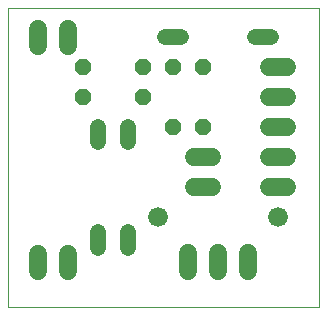
<source format=gtl>
G75*
%MOIN*%
%OFA0B0*%
%FSLAX25Y25*%
%IPPOS*%
%LPD*%
%AMOC8*
5,1,8,0,0,1.08239X$1,22.5*
%
%ADD10C,0.00000*%
%ADD11C,0.05200*%
%ADD12OC8,0.05200*%
%ADD13C,0.05937*%
%ADD14C,0.06000*%
%ADD15C,0.06600*%
D10*
X0087000Y0217000D02*
X0087000Y0316961D01*
X0190701Y0316961D01*
X0190701Y0217000D01*
X0087000Y0217000D01*
D11*
X0117000Y0236800D02*
X0117000Y0242000D01*
X0127000Y0242000D02*
X0127000Y0236800D01*
X0127000Y0272000D02*
X0127000Y0277200D01*
X0117000Y0277200D02*
X0117000Y0272000D01*
X0139400Y0307000D02*
X0144600Y0307000D01*
X0169400Y0307000D02*
X0174600Y0307000D01*
D12*
X0152000Y0297000D03*
X0142000Y0297000D03*
X0132000Y0297000D03*
X0132000Y0287000D03*
X0142000Y0277000D03*
X0152000Y0277000D03*
X0112000Y0287000D03*
X0112000Y0297000D03*
D13*
X0107000Y0304031D02*
X0107000Y0309969D01*
X0097000Y0309969D02*
X0097000Y0304031D01*
X0149031Y0267000D02*
X0154969Y0267000D01*
X0154969Y0257000D02*
X0149031Y0257000D01*
X0174031Y0257000D02*
X0179969Y0257000D01*
X0179969Y0267000D02*
X0174031Y0267000D01*
X0174031Y0277000D02*
X0179969Y0277000D01*
X0179969Y0287000D02*
X0174031Y0287000D01*
X0174031Y0297000D02*
X0179969Y0297000D01*
X0107000Y0234969D02*
X0107000Y0229031D01*
X0097000Y0229031D02*
X0097000Y0234969D01*
D14*
X0147000Y0235000D02*
X0147000Y0229000D01*
X0157000Y0229000D02*
X0157000Y0235000D01*
X0167000Y0235000D02*
X0167000Y0229000D01*
D15*
X0177000Y0247000D03*
X0137000Y0247000D03*
M02*

</source>
